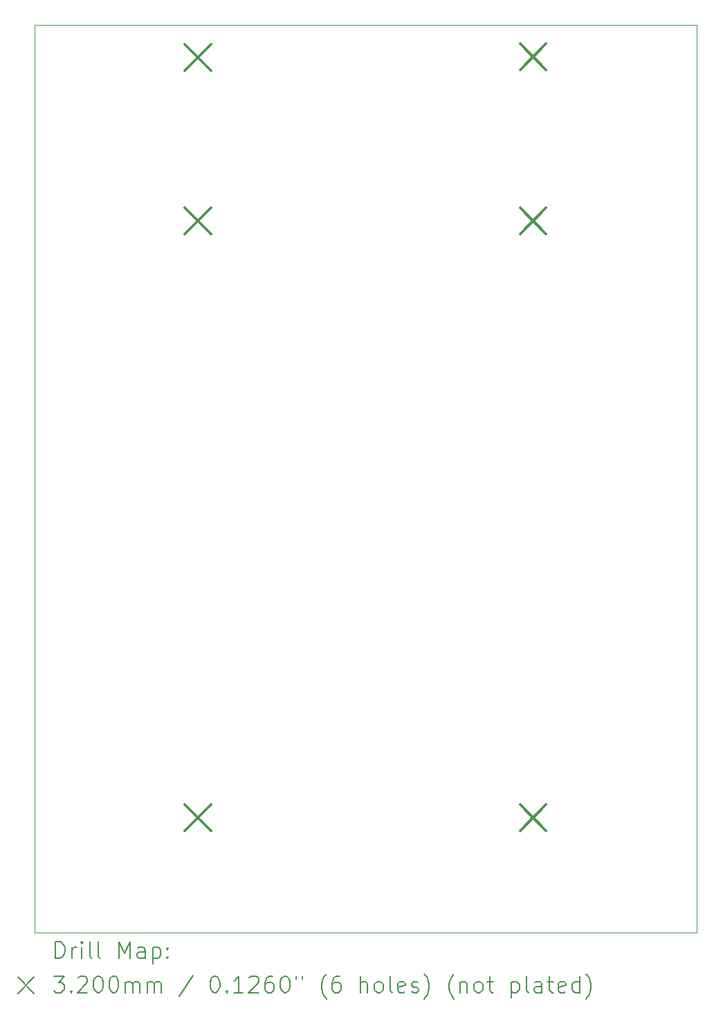
<source format=gbr>
%TF.GenerationSoftware,KiCad,Pcbnew,8.0.2-1*%
%TF.CreationDate,2024-06-17T10:29:00+02:00*%
%TF.ProjectId,active-mult,61637469-7665-42d6-9d75-6c742e6b6963,rev?*%
%TF.SameCoordinates,Original*%
%TF.FileFunction,Drillmap*%
%TF.FilePolarity,Positive*%
%FSLAX45Y45*%
G04 Gerber Fmt 4.5, Leading zero omitted, Abs format (unit mm)*
G04 Created by KiCad (PCBNEW 8.0.2-1) date 2024-06-17 10:29:00*
%MOMM*%
%LPD*%
G01*
G04 APERTURE LIST*
%ADD10C,0.100000*%
%ADD11C,0.200000*%
%ADD12C,0.320000*%
G04 APERTURE END LIST*
D10*
X5000000Y-5000000D02*
X13100000Y-5000000D01*
X13100000Y-16100000D01*
X5000000Y-16100000D01*
X5000000Y-5000000D01*
D11*
D12*
X6840000Y-5240000D02*
X7160000Y-5560000D01*
X7160000Y-5240000D02*
X6840000Y-5560000D01*
X6840000Y-7240000D02*
X7160000Y-7560000D01*
X7160000Y-7240000D02*
X6840000Y-7560000D01*
X6840000Y-14540000D02*
X7160000Y-14860000D01*
X7160000Y-14540000D02*
X6840000Y-14860000D01*
X10940000Y-5230000D02*
X11260000Y-5550000D01*
X11260000Y-5230000D02*
X10940000Y-5550000D01*
X10940000Y-7240000D02*
X11260000Y-7560000D01*
X11260000Y-7240000D02*
X10940000Y-7560000D01*
X10940000Y-14540000D02*
X11260000Y-14860000D01*
X11260000Y-14540000D02*
X10940000Y-14860000D01*
D11*
X5255777Y-16416484D02*
X5255777Y-16216484D01*
X5255777Y-16216484D02*
X5303396Y-16216484D01*
X5303396Y-16216484D02*
X5331967Y-16226008D01*
X5331967Y-16226008D02*
X5351015Y-16245055D01*
X5351015Y-16245055D02*
X5360539Y-16264103D01*
X5360539Y-16264103D02*
X5370063Y-16302198D01*
X5370063Y-16302198D02*
X5370063Y-16330769D01*
X5370063Y-16330769D02*
X5360539Y-16368865D01*
X5360539Y-16368865D02*
X5351015Y-16387912D01*
X5351015Y-16387912D02*
X5331967Y-16406960D01*
X5331967Y-16406960D02*
X5303396Y-16416484D01*
X5303396Y-16416484D02*
X5255777Y-16416484D01*
X5455777Y-16416484D02*
X5455777Y-16283150D01*
X5455777Y-16321246D02*
X5465301Y-16302198D01*
X5465301Y-16302198D02*
X5474824Y-16292674D01*
X5474824Y-16292674D02*
X5493872Y-16283150D01*
X5493872Y-16283150D02*
X5512920Y-16283150D01*
X5579586Y-16416484D02*
X5579586Y-16283150D01*
X5579586Y-16216484D02*
X5570063Y-16226008D01*
X5570063Y-16226008D02*
X5579586Y-16235531D01*
X5579586Y-16235531D02*
X5589110Y-16226008D01*
X5589110Y-16226008D02*
X5579586Y-16216484D01*
X5579586Y-16216484D02*
X5579586Y-16235531D01*
X5703396Y-16416484D02*
X5684348Y-16406960D01*
X5684348Y-16406960D02*
X5674824Y-16387912D01*
X5674824Y-16387912D02*
X5674824Y-16216484D01*
X5808158Y-16416484D02*
X5789110Y-16406960D01*
X5789110Y-16406960D02*
X5779586Y-16387912D01*
X5779586Y-16387912D02*
X5779586Y-16216484D01*
X6036729Y-16416484D02*
X6036729Y-16216484D01*
X6036729Y-16216484D02*
X6103396Y-16359341D01*
X6103396Y-16359341D02*
X6170062Y-16216484D01*
X6170062Y-16216484D02*
X6170062Y-16416484D01*
X6351015Y-16416484D02*
X6351015Y-16311722D01*
X6351015Y-16311722D02*
X6341491Y-16292674D01*
X6341491Y-16292674D02*
X6322443Y-16283150D01*
X6322443Y-16283150D02*
X6284348Y-16283150D01*
X6284348Y-16283150D02*
X6265301Y-16292674D01*
X6351015Y-16406960D02*
X6331967Y-16416484D01*
X6331967Y-16416484D02*
X6284348Y-16416484D01*
X6284348Y-16416484D02*
X6265301Y-16406960D01*
X6265301Y-16406960D02*
X6255777Y-16387912D01*
X6255777Y-16387912D02*
X6255777Y-16368865D01*
X6255777Y-16368865D02*
X6265301Y-16349817D01*
X6265301Y-16349817D02*
X6284348Y-16340293D01*
X6284348Y-16340293D02*
X6331967Y-16340293D01*
X6331967Y-16340293D02*
X6351015Y-16330769D01*
X6446253Y-16283150D02*
X6446253Y-16483150D01*
X6446253Y-16292674D02*
X6465301Y-16283150D01*
X6465301Y-16283150D02*
X6503396Y-16283150D01*
X6503396Y-16283150D02*
X6522443Y-16292674D01*
X6522443Y-16292674D02*
X6531967Y-16302198D01*
X6531967Y-16302198D02*
X6541491Y-16321246D01*
X6541491Y-16321246D02*
X6541491Y-16378388D01*
X6541491Y-16378388D02*
X6531967Y-16397436D01*
X6531967Y-16397436D02*
X6522443Y-16406960D01*
X6522443Y-16406960D02*
X6503396Y-16416484D01*
X6503396Y-16416484D02*
X6465301Y-16416484D01*
X6465301Y-16416484D02*
X6446253Y-16406960D01*
X6627205Y-16397436D02*
X6636729Y-16406960D01*
X6636729Y-16406960D02*
X6627205Y-16416484D01*
X6627205Y-16416484D02*
X6617682Y-16406960D01*
X6617682Y-16406960D02*
X6627205Y-16397436D01*
X6627205Y-16397436D02*
X6627205Y-16416484D01*
X6627205Y-16292674D02*
X6636729Y-16302198D01*
X6636729Y-16302198D02*
X6627205Y-16311722D01*
X6627205Y-16311722D02*
X6617682Y-16302198D01*
X6617682Y-16302198D02*
X6627205Y-16292674D01*
X6627205Y-16292674D02*
X6627205Y-16311722D01*
X4795000Y-16645000D02*
X4995000Y-16845000D01*
X4995000Y-16645000D02*
X4795000Y-16845000D01*
X5236729Y-16636484D02*
X5360539Y-16636484D01*
X5360539Y-16636484D02*
X5293872Y-16712674D01*
X5293872Y-16712674D02*
X5322444Y-16712674D01*
X5322444Y-16712674D02*
X5341491Y-16722198D01*
X5341491Y-16722198D02*
X5351015Y-16731722D01*
X5351015Y-16731722D02*
X5360539Y-16750769D01*
X5360539Y-16750769D02*
X5360539Y-16798389D01*
X5360539Y-16798389D02*
X5351015Y-16817436D01*
X5351015Y-16817436D02*
X5341491Y-16826960D01*
X5341491Y-16826960D02*
X5322444Y-16836484D01*
X5322444Y-16836484D02*
X5265301Y-16836484D01*
X5265301Y-16836484D02*
X5246253Y-16826960D01*
X5246253Y-16826960D02*
X5236729Y-16817436D01*
X5446253Y-16817436D02*
X5455777Y-16826960D01*
X5455777Y-16826960D02*
X5446253Y-16836484D01*
X5446253Y-16836484D02*
X5436729Y-16826960D01*
X5436729Y-16826960D02*
X5446253Y-16817436D01*
X5446253Y-16817436D02*
X5446253Y-16836484D01*
X5531967Y-16655531D02*
X5541491Y-16646008D01*
X5541491Y-16646008D02*
X5560539Y-16636484D01*
X5560539Y-16636484D02*
X5608158Y-16636484D01*
X5608158Y-16636484D02*
X5627205Y-16646008D01*
X5627205Y-16646008D02*
X5636729Y-16655531D01*
X5636729Y-16655531D02*
X5646253Y-16674579D01*
X5646253Y-16674579D02*
X5646253Y-16693627D01*
X5646253Y-16693627D02*
X5636729Y-16722198D01*
X5636729Y-16722198D02*
X5522444Y-16836484D01*
X5522444Y-16836484D02*
X5646253Y-16836484D01*
X5770062Y-16636484D02*
X5789110Y-16636484D01*
X5789110Y-16636484D02*
X5808158Y-16646008D01*
X5808158Y-16646008D02*
X5817682Y-16655531D01*
X5817682Y-16655531D02*
X5827205Y-16674579D01*
X5827205Y-16674579D02*
X5836729Y-16712674D01*
X5836729Y-16712674D02*
X5836729Y-16760293D01*
X5836729Y-16760293D02*
X5827205Y-16798389D01*
X5827205Y-16798389D02*
X5817682Y-16817436D01*
X5817682Y-16817436D02*
X5808158Y-16826960D01*
X5808158Y-16826960D02*
X5789110Y-16836484D01*
X5789110Y-16836484D02*
X5770062Y-16836484D01*
X5770062Y-16836484D02*
X5751015Y-16826960D01*
X5751015Y-16826960D02*
X5741491Y-16817436D01*
X5741491Y-16817436D02*
X5731967Y-16798389D01*
X5731967Y-16798389D02*
X5722443Y-16760293D01*
X5722443Y-16760293D02*
X5722443Y-16712674D01*
X5722443Y-16712674D02*
X5731967Y-16674579D01*
X5731967Y-16674579D02*
X5741491Y-16655531D01*
X5741491Y-16655531D02*
X5751015Y-16646008D01*
X5751015Y-16646008D02*
X5770062Y-16636484D01*
X5960539Y-16636484D02*
X5979586Y-16636484D01*
X5979586Y-16636484D02*
X5998634Y-16646008D01*
X5998634Y-16646008D02*
X6008158Y-16655531D01*
X6008158Y-16655531D02*
X6017682Y-16674579D01*
X6017682Y-16674579D02*
X6027205Y-16712674D01*
X6027205Y-16712674D02*
X6027205Y-16760293D01*
X6027205Y-16760293D02*
X6017682Y-16798389D01*
X6017682Y-16798389D02*
X6008158Y-16817436D01*
X6008158Y-16817436D02*
X5998634Y-16826960D01*
X5998634Y-16826960D02*
X5979586Y-16836484D01*
X5979586Y-16836484D02*
X5960539Y-16836484D01*
X5960539Y-16836484D02*
X5941491Y-16826960D01*
X5941491Y-16826960D02*
X5931967Y-16817436D01*
X5931967Y-16817436D02*
X5922443Y-16798389D01*
X5922443Y-16798389D02*
X5912920Y-16760293D01*
X5912920Y-16760293D02*
X5912920Y-16712674D01*
X5912920Y-16712674D02*
X5922443Y-16674579D01*
X5922443Y-16674579D02*
X5931967Y-16655531D01*
X5931967Y-16655531D02*
X5941491Y-16646008D01*
X5941491Y-16646008D02*
X5960539Y-16636484D01*
X6112920Y-16836484D02*
X6112920Y-16703150D01*
X6112920Y-16722198D02*
X6122443Y-16712674D01*
X6122443Y-16712674D02*
X6141491Y-16703150D01*
X6141491Y-16703150D02*
X6170063Y-16703150D01*
X6170063Y-16703150D02*
X6189110Y-16712674D01*
X6189110Y-16712674D02*
X6198634Y-16731722D01*
X6198634Y-16731722D02*
X6198634Y-16836484D01*
X6198634Y-16731722D02*
X6208158Y-16712674D01*
X6208158Y-16712674D02*
X6227205Y-16703150D01*
X6227205Y-16703150D02*
X6255777Y-16703150D01*
X6255777Y-16703150D02*
X6274824Y-16712674D01*
X6274824Y-16712674D02*
X6284348Y-16731722D01*
X6284348Y-16731722D02*
X6284348Y-16836484D01*
X6379586Y-16836484D02*
X6379586Y-16703150D01*
X6379586Y-16722198D02*
X6389110Y-16712674D01*
X6389110Y-16712674D02*
X6408158Y-16703150D01*
X6408158Y-16703150D02*
X6436729Y-16703150D01*
X6436729Y-16703150D02*
X6455777Y-16712674D01*
X6455777Y-16712674D02*
X6465301Y-16731722D01*
X6465301Y-16731722D02*
X6465301Y-16836484D01*
X6465301Y-16731722D02*
X6474824Y-16712674D01*
X6474824Y-16712674D02*
X6493872Y-16703150D01*
X6493872Y-16703150D02*
X6522443Y-16703150D01*
X6522443Y-16703150D02*
X6541491Y-16712674D01*
X6541491Y-16712674D02*
X6551015Y-16731722D01*
X6551015Y-16731722D02*
X6551015Y-16836484D01*
X6941491Y-16626960D02*
X6770063Y-16884103D01*
X7198634Y-16636484D02*
X7217682Y-16636484D01*
X7217682Y-16636484D02*
X7236729Y-16646008D01*
X7236729Y-16646008D02*
X7246253Y-16655531D01*
X7246253Y-16655531D02*
X7255777Y-16674579D01*
X7255777Y-16674579D02*
X7265301Y-16712674D01*
X7265301Y-16712674D02*
X7265301Y-16760293D01*
X7265301Y-16760293D02*
X7255777Y-16798389D01*
X7255777Y-16798389D02*
X7246253Y-16817436D01*
X7246253Y-16817436D02*
X7236729Y-16826960D01*
X7236729Y-16826960D02*
X7217682Y-16836484D01*
X7217682Y-16836484D02*
X7198634Y-16836484D01*
X7198634Y-16836484D02*
X7179586Y-16826960D01*
X7179586Y-16826960D02*
X7170063Y-16817436D01*
X7170063Y-16817436D02*
X7160539Y-16798389D01*
X7160539Y-16798389D02*
X7151015Y-16760293D01*
X7151015Y-16760293D02*
X7151015Y-16712674D01*
X7151015Y-16712674D02*
X7160539Y-16674579D01*
X7160539Y-16674579D02*
X7170063Y-16655531D01*
X7170063Y-16655531D02*
X7179586Y-16646008D01*
X7179586Y-16646008D02*
X7198634Y-16636484D01*
X7351015Y-16817436D02*
X7360539Y-16826960D01*
X7360539Y-16826960D02*
X7351015Y-16836484D01*
X7351015Y-16836484D02*
X7341491Y-16826960D01*
X7341491Y-16826960D02*
X7351015Y-16817436D01*
X7351015Y-16817436D02*
X7351015Y-16836484D01*
X7551015Y-16836484D02*
X7436729Y-16836484D01*
X7493872Y-16836484D02*
X7493872Y-16636484D01*
X7493872Y-16636484D02*
X7474825Y-16665055D01*
X7474825Y-16665055D02*
X7455777Y-16684103D01*
X7455777Y-16684103D02*
X7436729Y-16693627D01*
X7627206Y-16655531D02*
X7636729Y-16646008D01*
X7636729Y-16646008D02*
X7655777Y-16636484D01*
X7655777Y-16636484D02*
X7703396Y-16636484D01*
X7703396Y-16636484D02*
X7722444Y-16646008D01*
X7722444Y-16646008D02*
X7731967Y-16655531D01*
X7731967Y-16655531D02*
X7741491Y-16674579D01*
X7741491Y-16674579D02*
X7741491Y-16693627D01*
X7741491Y-16693627D02*
X7731967Y-16722198D01*
X7731967Y-16722198D02*
X7617682Y-16836484D01*
X7617682Y-16836484D02*
X7741491Y-16836484D01*
X7912920Y-16636484D02*
X7874825Y-16636484D01*
X7874825Y-16636484D02*
X7855777Y-16646008D01*
X7855777Y-16646008D02*
X7846253Y-16655531D01*
X7846253Y-16655531D02*
X7827206Y-16684103D01*
X7827206Y-16684103D02*
X7817682Y-16722198D01*
X7817682Y-16722198D02*
X7817682Y-16798389D01*
X7817682Y-16798389D02*
X7827206Y-16817436D01*
X7827206Y-16817436D02*
X7836729Y-16826960D01*
X7836729Y-16826960D02*
X7855777Y-16836484D01*
X7855777Y-16836484D02*
X7893872Y-16836484D01*
X7893872Y-16836484D02*
X7912920Y-16826960D01*
X7912920Y-16826960D02*
X7922444Y-16817436D01*
X7922444Y-16817436D02*
X7931967Y-16798389D01*
X7931967Y-16798389D02*
X7931967Y-16750769D01*
X7931967Y-16750769D02*
X7922444Y-16731722D01*
X7922444Y-16731722D02*
X7912920Y-16722198D01*
X7912920Y-16722198D02*
X7893872Y-16712674D01*
X7893872Y-16712674D02*
X7855777Y-16712674D01*
X7855777Y-16712674D02*
X7836729Y-16722198D01*
X7836729Y-16722198D02*
X7827206Y-16731722D01*
X7827206Y-16731722D02*
X7817682Y-16750769D01*
X8055777Y-16636484D02*
X8074825Y-16636484D01*
X8074825Y-16636484D02*
X8093872Y-16646008D01*
X8093872Y-16646008D02*
X8103396Y-16655531D01*
X8103396Y-16655531D02*
X8112920Y-16674579D01*
X8112920Y-16674579D02*
X8122444Y-16712674D01*
X8122444Y-16712674D02*
X8122444Y-16760293D01*
X8122444Y-16760293D02*
X8112920Y-16798389D01*
X8112920Y-16798389D02*
X8103396Y-16817436D01*
X8103396Y-16817436D02*
X8093872Y-16826960D01*
X8093872Y-16826960D02*
X8074825Y-16836484D01*
X8074825Y-16836484D02*
X8055777Y-16836484D01*
X8055777Y-16836484D02*
X8036729Y-16826960D01*
X8036729Y-16826960D02*
X8027206Y-16817436D01*
X8027206Y-16817436D02*
X8017682Y-16798389D01*
X8017682Y-16798389D02*
X8008158Y-16760293D01*
X8008158Y-16760293D02*
X8008158Y-16712674D01*
X8008158Y-16712674D02*
X8017682Y-16674579D01*
X8017682Y-16674579D02*
X8027206Y-16655531D01*
X8027206Y-16655531D02*
X8036729Y-16646008D01*
X8036729Y-16646008D02*
X8055777Y-16636484D01*
X8198634Y-16636484D02*
X8198634Y-16674579D01*
X8274825Y-16636484D02*
X8274825Y-16674579D01*
X8570063Y-16912674D02*
X8560539Y-16903150D01*
X8560539Y-16903150D02*
X8541491Y-16874579D01*
X8541491Y-16874579D02*
X8531968Y-16855531D01*
X8531968Y-16855531D02*
X8522444Y-16826960D01*
X8522444Y-16826960D02*
X8512920Y-16779341D01*
X8512920Y-16779341D02*
X8512920Y-16741246D01*
X8512920Y-16741246D02*
X8522444Y-16693627D01*
X8522444Y-16693627D02*
X8531968Y-16665055D01*
X8531968Y-16665055D02*
X8541491Y-16646008D01*
X8541491Y-16646008D02*
X8560539Y-16617436D01*
X8560539Y-16617436D02*
X8570063Y-16607912D01*
X8731968Y-16636484D02*
X8693872Y-16636484D01*
X8693872Y-16636484D02*
X8674825Y-16646008D01*
X8674825Y-16646008D02*
X8665301Y-16655531D01*
X8665301Y-16655531D02*
X8646253Y-16684103D01*
X8646253Y-16684103D02*
X8636730Y-16722198D01*
X8636730Y-16722198D02*
X8636730Y-16798389D01*
X8636730Y-16798389D02*
X8646253Y-16817436D01*
X8646253Y-16817436D02*
X8655777Y-16826960D01*
X8655777Y-16826960D02*
X8674825Y-16836484D01*
X8674825Y-16836484D02*
X8712920Y-16836484D01*
X8712920Y-16836484D02*
X8731968Y-16826960D01*
X8731968Y-16826960D02*
X8741491Y-16817436D01*
X8741491Y-16817436D02*
X8751015Y-16798389D01*
X8751015Y-16798389D02*
X8751015Y-16750769D01*
X8751015Y-16750769D02*
X8741491Y-16731722D01*
X8741491Y-16731722D02*
X8731968Y-16722198D01*
X8731968Y-16722198D02*
X8712920Y-16712674D01*
X8712920Y-16712674D02*
X8674825Y-16712674D01*
X8674825Y-16712674D02*
X8655777Y-16722198D01*
X8655777Y-16722198D02*
X8646253Y-16731722D01*
X8646253Y-16731722D02*
X8636730Y-16750769D01*
X8989111Y-16836484D02*
X8989111Y-16636484D01*
X9074825Y-16836484D02*
X9074825Y-16731722D01*
X9074825Y-16731722D02*
X9065301Y-16712674D01*
X9065301Y-16712674D02*
X9046253Y-16703150D01*
X9046253Y-16703150D02*
X9017682Y-16703150D01*
X9017682Y-16703150D02*
X8998634Y-16712674D01*
X8998634Y-16712674D02*
X8989111Y-16722198D01*
X9198634Y-16836484D02*
X9179587Y-16826960D01*
X9179587Y-16826960D02*
X9170063Y-16817436D01*
X9170063Y-16817436D02*
X9160539Y-16798389D01*
X9160539Y-16798389D02*
X9160539Y-16741246D01*
X9160539Y-16741246D02*
X9170063Y-16722198D01*
X9170063Y-16722198D02*
X9179587Y-16712674D01*
X9179587Y-16712674D02*
X9198634Y-16703150D01*
X9198634Y-16703150D02*
X9227206Y-16703150D01*
X9227206Y-16703150D02*
X9246253Y-16712674D01*
X9246253Y-16712674D02*
X9255777Y-16722198D01*
X9255777Y-16722198D02*
X9265301Y-16741246D01*
X9265301Y-16741246D02*
X9265301Y-16798389D01*
X9265301Y-16798389D02*
X9255777Y-16817436D01*
X9255777Y-16817436D02*
X9246253Y-16826960D01*
X9246253Y-16826960D02*
X9227206Y-16836484D01*
X9227206Y-16836484D02*
X9198634Y-16836484D01*
X9379587Y-16836484D02*
X9360539Y-16826960D01*
X9360539Y-16826960D02*
X9351015Y-16807912D01*
X9351015Y-16807912D02*
X9351015Y-16636484D01*
X9531968Y-16826960D02*
X9512920Y-16836484D01*
X9512920Y-16836484D02*
X9474825Y-16836484D01*
X9474825Y-16836484D02*
X9455777Y-16826960D01*
X9455777Y-16826960D02*
X9446253Y-16807912D01*
X9446253Y-16807912D02*
X9446253Y-16731722D01*
X9446253Y-16731722D02*
X9455777Y-16712674D01*
X9455777Y-16712674D02*
X9474825Y-16703150D01*
X9474825Y-16703150D02*
X9512920Y-16703150D01*
X9512920Y-16703150D02*
X9531968Y-16712674D01*
X9531968Y-16712674D02*
X9541492Y-16731722D01*
X9541492Y-16731722D02*
X9541492Y-16750769D01*
X9541492Y-16750769D02*
X9446253Y-16769817D01*
X9617682Y-16826960D02*
X9636730Y-16836484D01*
X9636730Y-16836484D02*
X9674825Y-16836484D01*
X9674825Y-16836484D02*
X9693873Y-16826960D01*
X9693873Y-16826960D02*
X9703396Y-16807912D01*
X9703396Y-16807912D02*
X9703396Y-16798389D01*
X9703396Y-16798389D02*
X9693873Y-16779341D01*
X9693873Y-16779341D02*
X9674825Y-16769817D01*
X9674825Y-16769817D02*
X9646253Y-16769817D01*
X9646253Y-16769817D02*
X9627206Y-16760293D01*
X9627206Y-16760293D02*
X9617682Y-16741246D01*
X9617682Y-16741246D02*
X9617682Y-16731722D01*
X9617682Y-16731722D02*
X9627206Y-16712674D01*
X9627206Y-16712674D02*
X9646253Y-16703150D01*
X9646253Y-16703150D02*
X9674825Y-16703150D01*
X9674825Y-16703150D02*
X9693873Y-16712674D01*
X9770063Y-16912674D02*
X9779587Y-16903150D01*
X9779587Y-16903150D02*
X9798634Y-16874579D01*
X9798634Y-16874579D02*
X9808158Y-16855531D01*
X9808158Y-16855531D02*
X9817682Y-16826960D01*
X9817682Y-16826960D02*
X9827206Y-16779341D01*
X9827206Y-16779341D02*
X9827206Y-16741246D01*
X9827206Y-16741246D02*
X9817682Y-16693627D01*
X9817682Y-16693627D02*
X9808158Y-16665055D01*
X9808158Y-16665055D02*
X9798634Y-16646008D01*
X9798634Y-16646008D02*
X9779587Y-16617436D01*
X9779587Y-16617436D02*
X9770063Y-16607912D01*
X10131968Y-16912674D02*
X10122444Y-16903150D01*
X10122444Y-16903150D02*
X10103396Y-16874579D01*
X10103396Y-16874579D02*
X10093873Y-16855531D01*
X10093873Y-16855531D02*
X10084349Y-16826960D01*
X10084349Y-16826960D02*
X10074825Y-16779341D01*
X10074825Y-16779341D02*
X10074825Y-16741246D01*
X10074825Y-16741246D02*
X10084349Y-16693627D01*
X10084349Y-16693627D02*
X10093873Y-16665055D01*
X10093873Y-16665055D02*
X10103396Y-16646008D01*
X10103396Y-16646008D02*
X10122444Y-16617436D01*
X10122444Y-16617436D02*
X10131968Y-16607912D01*
X10208158Y-16703150D02*
X10208158Y-16836484D01*
X10208158Y-16722198D02*
X10217682Y-16712674D01*
X10217682Y-16712674D02*
X10236730Y-16703150D01*
X10236730Y-16703150D02*
X10265301Y-16703150D01*
X10265301Y-16703150D02*
X10284349Y-16712674D01*
X10284349Y-16712674D02*
X10293873Y-16731722D01*
X10293873Y-16731722D02*
X10293873Y-16836484D01*
X10417682Y-16836484D02*
X10398634Y-16826960D01*
X10398634Y-16826960D02*
X10389111Y-16817436D01*
X10389111Y-16817436D02*
X10379587Y-16798389D01*
X10379587Y-16798389D02*
X10379587Y-16741246D01*
X10379587Y-16741246D02*
X10389111Y-16722198D01*
X10389111Y-16722198D02*
X10398634Y-16712674D01*
X10398634Y-16712674D02*
X10417682Y-16703150D01*
X10417682Y-16703150D02*
X10446254Y-16703150D01*
X10446254Y-16703150D02*
X10465301Y-16712674D01*
X10465301Y-16712674D02*
X10474825Y-16722198D01*
X10474825Y-16722198D02*
X10484349Y-16741246D01*
X10484349Y-16741246D02*
X10484349Y-16798389D01*
X10484349Y-16798389D02*
X10474825Y-16817436D01*
X10474825Y-16817436D02*
X10465301Y-16826960D01*
X10465301Y-16826960D02*
X10446254Y-16836484D01*
X10446254Y-16836484D02*
X10417682Y-16836484D01*
X10541492Y-16703150D02*
X10617682Y-16703150D01*
X10570063Y-16636484D02*
X10570063Y-16807912D01*
X10570063Y-16807912D02*
X10579587Y-16826960D01*
X10579587Y-16826960D02*
X10598634Y-16836484D01*
X10598634Y-16836484D02*
X10617682Y-16836484D01*
X10836730Y-16703150D02*
X10836730Y-16903150D01*
X10836730Y-16712674D02*
X10855777Y-16703150D01*
X10855777Y-16703150D02*
X10893873Y-16703150D01*
X10893873Y-16703150D02*
X10912920Y-16712674D01*
X10912920Y-16712674D02*
X10922444Y-16722198D01*
X10922444Y-16722198D02*
X10931968Y-16741246D01*
X10931968Y-16741246D02*
X10931968Y-16798389D01*
X10931968Y-16798389D02*
X10922444Y-16817436D01*
X10922444Y-16817436D02*
X10912920Y-16826960D01*
X10912920Y-16826960D02*
X10893873Y-16836484D01*
X10893873Y-16836484D02*
X10855777Y-16836484D01*
X10855777Y-16836484D02*
X10836730Y-16826960D01*
X11046254Y-16836484D02*
X11027206Y-16826960D01*
X11027206Y-16826960D02*
X11017682Y-16807912D01*
X11017682Y-16807912D02*
X11017682Y-16636484D01*
X11208158Y-16836484D02*
X11208158Y-16731722D01*
X11208158Y-16731722D02*
X11198634Y-16712674D01*
X11198634Y-16712674D02*
X11179587Y-16703150D01*
X11179587Y-16703150D02*
X11141492Y-16703150D01*
X11141492Y-16703150D02*
X11122444Y-16712674D01*
X11208158Y-16826960D02*
X11189111Y-16836484D01*
X11189111Y-16836484D02*
X11141492Y-16836484D01*
X11141492Y-16836484D02*
X11122444Y-16826960D01*
X11122444Y-16826960D02*
X11112920Y-16807912D01*
X11112920Y-16807912D02*
X11112920Y-16788865D01*
X11112920Y-16788865D02*
X11122444Y-16769817D01*
X11122444Y-16769817D02*
X11141492Y-16760293D01*
X11141492Y-16760293D02*
X11189111Y-16760293D01*
X11189111Y-16760293D02*
X11208158Y-16750769D01*
X11274825Y-16703150D02*
X11351015Y-16703150D01*
X11303396Y-16636484D02*
X11303396Y-16807912D01*
X11303396Y-16807912D02*
X11312920Y-16826960D01*
X11312920Y-16826960D02*
X11331968Y-16836484D01*
X11331968Y-16836484D02*
X11351015Y-16836484D01*
X11493873Y-16826960D02*
X11474825Y-16836484D01*
X11474825Y-16836484D02*
X11436730Y-16836484D01*
X11436730Y-16836484D02*
X11417682Y-16826960D01*
X11417682Y-16826960D02*
X11408158Y-16807912D01*
X11408158Y-16807912D02*
X11408158Y-16731722D01*
X11408158Y-16731722D02*
X11417682Y-16712674D01*
X11417682Y-16712674D02*
X11436730Y-16703150D01*
X11436730Y-16703150D02*
X11474825Y-16703150D01*
X11474825Y-16703150D02*
X11493873Y-16712674D01*
X11493873Y-16712674D02*
X11503396Y-16731722D01*
X11503396Y-16731722D02*
X11503396Y-16750769D01*
X11503396Y-16750769D02*
X11408158Y-16769817D01*
X11674825Y-16836484D02*
X11674825Y-16636484D01*
X11674825Y-16826960D02*
X11655777Y-16836484D01*
X11655777Y-16836484D02*
X11617682Y-16836484D01*
X11617682Y-16836484D02*
X11598634Y-16826960D01*
X11598634Y-16826960D02*
X11589111Y-16817436D01*
X11589111Y-16817436D02*
X11579587Y-16798389D01*
X11579587Y-16798389D02*
X11579587Y-16741246D01*
X11579587Y-16741246D02*
X11589111Y-16722198D01*
X11589111Y-16722198D02*
X11598634Y-16712674D01*
X11598634Y-16712674D02*
X11617682Y-16703150D01*
X11617682Y-16703150D02*
X11655777Y-16703150D01*
X11655777Y-16703150D02*
X11674825Y-16712674D01*
X11751015Y-16912674D02*
X11760539Y-16903150D01*
X11760539Y-16903150D02*
X11779587Y-16874579D01*
X11779587Y-16874579D02*
X11789111Y-16855531D01*
X11789111Y-16855531D02*
X11798634Y-16826960D01*
X11798634Y-16826960D02*
X11808158Y-16779341D01*
X11808158Y-16779341D02*
X11808158Y-16741246D01*
X11808158Y-16741246D02*
X11798634Y-16693627D01*
X11798634Y-16693627D02*
X11789111Y-16665055D01*
X11789111Y-16665055D02*
X11779587Y-16646008D01*
X11779587Y-16646008D02*
X11760539Y-16617436D01*
X11760539Y-16617436D02*
X11751015Y-16607912D01*
M02*

</source>
